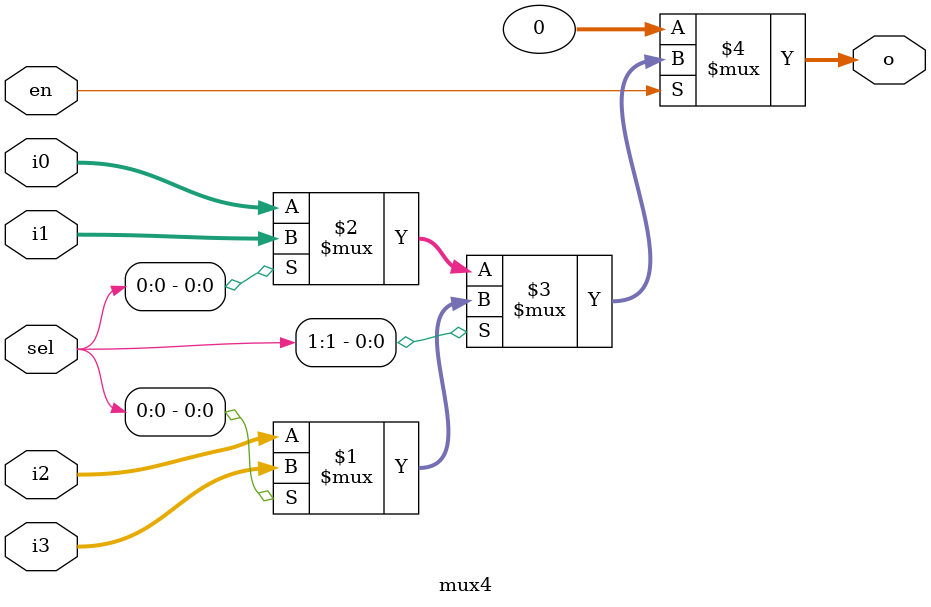
<source format=v>
module mux4
  #(parameter WIDTH=32, parameter DISABLED=0)
    (input en,
     input [1:0] sel,
     input [WIDTH-1:0] i0,
     input [WIDTH-1:0] i1,
     input [WIDTH-1:0] i2,
     input [WIDTH-1:0] i3,
     output [WIDTH-1:0] o);

   assign o = en ? (sel[1] ? (sel[0] ? i3 : i2) : (sel[0] ? i1 : i0)) : DISABLED;
   
endmodule
</source>
